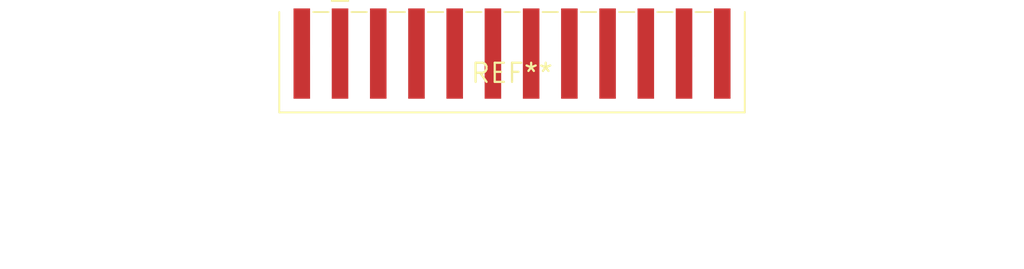
<source format=kicad_pcb>
(kicad_pcb (version 20240108) (generator pcbnew)
  (layers (0 "F.Cu" signal) (31 "B.Cu" signal) (34 "B.Paste" user) (35 "F.Paste" user) (36 "B.SilkS" user "B.Silkscreen") (37 "F.SilkS" user "F.Silkscreen") (38 "B.Mask" user) (39 "F.Mask" user) (44 "Edge.Cuts" user))
  (net 0 "")
  (footprint "Harting_har-flexicon_14111013002xxx_1x10-MP_P2.54mm_Horizontal" (layer "F.Cu") (at 0 0)
    (property "Reference" "REF**")
    (property "Value" "Harting_har-flexicon_14111013002xxx_1x10-MP_P2.54mm_Horizontal")
    (fp_line (start -15.465 -4.06) (end -15.465 2.61) (layer "F.SilkS") (stroke (width 0.12)))
    (fp_line (start -13.208 -4.06) (end -12.192 -4.06) (layer "F.SilkS") (stroke (width 0.12)))
    (fp_line (start -11.98 -4.8) (end -10.88 -4.8) (layer "F.SilkS") (stroke (width 0.12)))
    (fp_line (start -10.668 -4.06) (end -9.652 -4.06) (layer "F.SilkS") (stroke (width 0.12)))
    (fp_line (start -8.128 -4.06) (end -7.112 -4.06) (layer "F.SilkS") (stroke (width 0.12)))
    (fp_line (start -5.588 -4.06) (end -4.572 -4.06) (layer "F.SilkS") (stroke (width 0.12)))
    (fp_line (start -3.048 -4.06) (end -2.032 -4.06) (layer "F.SilkS") (stroke (width 0.12)))
    (fp_line (start -0.508 -4.06) (end 0.508 -4.06) (layer "F.SilkS") (stroke (width 0.12)))
    (fp_line (start 2.032 -4.06) (end 3.048 -4.06) (layer "F.SilkS") (stroke (width 0.12)))
    (fp_line (start 4.572 -4.06) (end 5.588 -4.06) (layer "F.SilkS") (stroke (width 0.12)))
    (fp_line (start 7.112 -4.06) (end 8.128 -4.06) (layer "F.SilkS") (stroke (width 0.12)))
    (fp_line (start 9.652 -4.06) (end 10.668 -4.06) (layer "F.SilkS") (stroke (width 0.12)))
    (fp_line (start 12.192 -4.06) (end 13.208 -4.06) (layer "F.SilkS") (stroke (width 0.12)))
    (fp_line (start 15.465 -4.06) (end 15.465 2.61) (layer "F.SilkS") (stroke (width 0.12)))
    (fp_line (start 15.465 2.61) (end -15.465 2.61) (layer "F.SilkS") (stroke (width 0.12)))
    (pad "" np_thru_hole circle (at -12.7 -1.5) (size 1 1) (drill 1) (layers *.Cu *.Mask))
    (pad "" np_thru_hole circle (at 12.7 -0.9) (size 1 1) (drill 1) (layers *.Cu *.Mask))
    (pad "1" smd rect (at -11.43 -1.3) (size 1.1 6) (layers "F.Cu" "F.Paste" "F.Mask"))
    (pad "2" smd rect (at -8.89 -1.3) (size 1.1 6) (layers "F.Cu" "F.Paste" "F.Mask"))
    (pad "3" smd rect (at -6.35 -1.3) (size 1.1 6) (layers "F.Cu" "F.Paste" "F.Mask"))
    (pad "4" smd rect (at -3.81 -1.3) (size 1.1 6) (layers "F.Cu" "F.Paste" "F.Mask"))
    (pad "5" smd rect (at -1.27 -1.3) (size 1.1 6) (layers "F.Cu" "F.Paste" "F.Mask"))
    (pad "6" smd rect (at 1.27 -1.3) (size 1.1 6) (layers "F.Cu" "F.Paste" "F.Mask"))
    (pad "7" smd rect (at 3.81 -1.3) (size 1.1 6) (layers "F.Cu" "F.Paste" "F.Mask"))
    (pad "8" smd rect (at 6.35 -1.3) (size 1.1 6) (layers "F.Cu" "F.Paste" "F.Mask"))
    (pad "9" smd rect (at 8.89 -1.3) (size 1.1 6) (layers "F.Cu" "F.Paste" "F.Mask"))
    (pad "10" smd rect (at 11.43 -1.3) (size 1.1 6) (layers "F.Cu" "F.Paste" "F.Mask"))
    (pad "MP" smd rect (at -13.97 -1.3) (size 1.1 6) (layers "F.Cu" "F.Paste" "F.Mask"))
    (pad "MP" smd rect (at 13.97 -1.3) (size 1.1 6) (layers "F.Cu" "F.Paste" "F.Mask"))
  )
)
</source>
